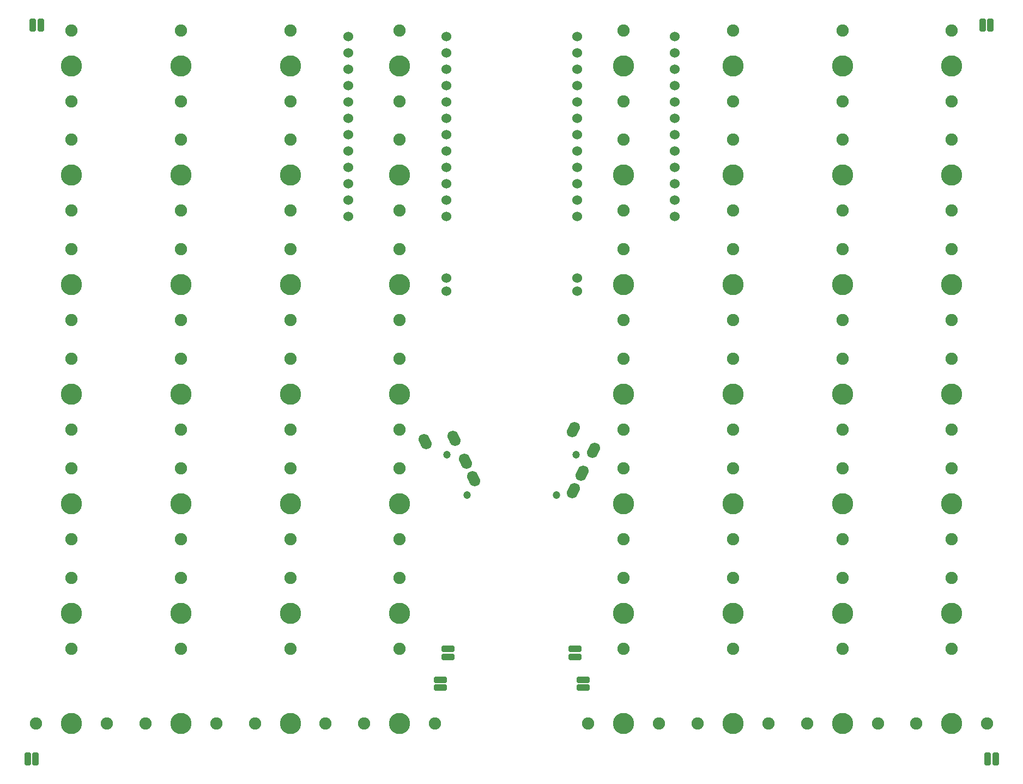
<source format=gbr>
%TF.GenerationSoftware,KiCad,Pcbnew,7.0.11+dfsg-1build4*%
%TF.CreationDate,2024-10-06T17:58:57+09:00*%
%TF.ProjectId,NotEnoughCompromises,4e6f7445-6e6f-4756-9768-436f6d70726f,rev?*%
%TF.SameCoordinates,Original*%
%TF.FileFunction,Soldermask,Top*%
%TF.FilePolarity,Negative*%
%FSLAX46Y46*%
G04 Gerber Fmt 4.6, Leading zero omitted, Abs format (unit mm)*
G04 Created by KiCad (PCBNEW 7.0.11+dfsg-1build4) date 2024-10-06 17:58:57*
%MOMM*%
%LPD*%
G01*
G04 APERTURE LIST*
G04 Aperture macros list*
%AMRoundRect*
0 Rectangle with rounded corners*
0 $1 Rounding radius*
0 $2 $3 $4 $5 $6 $7 $8 $9 X,Y pos of 4 corners*
0 Add a 4 corners polygon primitive as box body*
4,1,4,$2,$3,$4,$5,$6,$7,$8,$9,$2,$3,0*
0 Add four circle primitives for the rounded corners*
1,1,$1+$1,$2,$3*
1,1,$1+$1,$4,$5*
1,1,$1+$1,$6,$7*
1,1,$1+$1,$8,$9*
0 Add four rect primitives between the rounded corners*
20,1,$1+$1,$2,$3,$4,$5,0*
20,1,$1+$1,$4,$5,$6,$7,0*
20,1,$1+$1,$6,$7,$8,$9,0*
20,1,$1+$1,$8,$9,$2,$3,0*%
%AMHorizOval*
0 Thick line with rounded ends*
0 $1 width*
0 $2 $3 position (X,Y) of the first rounded end (center of the circle)*
0 $4 $5 position (X,Y) of the second rounded end (center of the circle)*
0 Add line between two ends*
20,1,$1,$2,$3,$4,$5,0*
0 Add two circle primitives to create the rounded ends*
1,1,$1,$2,$3*
1,1,$1,$4,$5*%
G04 Aperture macros list end*
%ADD10RoundRect,0.250000X-0.250000X-0.750000X0.250000X-0.750000X0.250000X0.750000X-0.250000X0.750000X0*%
%ADD11C,1.900000*%
%ADD12C,3.300000*%
%ADD13RoundRect,0.250000X0.750000X-0.250000X0.750000X0.250000X-0.750000X0.250000X-0.750000X-0.250000X0*%
%ADD14RoundRect,0.250000X-0.750000X0.250000X-0.750000X-0.250000X0.750000X-0.250000X0.750000X0.250000X0*%
%ADD15C,1.524000*%
%ADD16C,1.200000*%
%ADD17HorizOval,1.700000X-0.177047X-0.358684X0.177047X0.358684X0*%
%ADD18HorizOval,1.700000X-0.177053X0.358681X0.177053X-0.358681X0*%
G04 APERTURE END LIST*
D10*
%TO.C,J6*%
X72130000Y-148970000D03*
%TD*%
D11*
%TO.C,SW6*%
X112930000Y-52830000D03*
D12*
X112930000Y-58330000D03*
D11*
X112930000Y-63830000D03*
%TD*%
D13*
%TO.C,J12*%
X137430000Y-133130000D03*
%TD*%
D11*
%TO.C,SW38*%
X198710000Y-114830000D03*
D12*
X198710000Y-109330000D03*
D11*
X198710000Y-103830000D03*
%TD*%
%TO.C,SW1*%
X129930000Y-46830000D03*
D12*
X129930000Y-41330000D03*
D11*
X129930000Y-35830000D03*
%TD*%
%TO.C,SW23*%
X107430000Y-143470000D03*
D12*
X112930000Y-143470000D03*
D11*
X118430000Y-143470000D03*
%TD*%
%TO.C,SW13*%
X73430000Y-143470000D03*
D12*
X78930000Y-143470000D03*
D11*
X84430000Y-143470000D03*
%TD*%
%TO.C,SW18*%
X90430000Y-143470000D03*
D12*
X95930000Y-143470000D03*
D11*
X101430000Y-143470000D03*
%TD*%
%TO.C,SW17*%
X78930000Y-86830000D03*
D12*
X78930000Y-92330000D03*
D11*
X78930000Y-97830000D03*
%TD*%
%TO.C,SW34*%
X215710000Y-131830000D03*
D12*
X215710000Y-126330000D03*
D11*
X215710000Y-120830000D03*
%TD*%
%TO.C,SW43*%
X198710000Y-97830000D03*
D12*
X198710000Y-92330000D03*
D11*
X198710000Y-86830000D03*
%TD*%
%TO.C,SW22*%
X78930000Y-103830000D03*
D12*
X78930000Y-109330000D03*
D11*
X78930000Y-114830000D03*
%TD*%
D14*
%TO.C,J19*%
X157210000Y-131880000D03*
%TD*%
D10*
%TO.C,J22*%
X221260000Y-148970000D03*
%TD*%
D11*
%TO.C,SW14*%
X129930000Y-97830000D03*
D12*
X129930000Y-92330000D03*
D11*
X129930000Y-86830000D03*
%TD*%
D13*
%TO.C,J9*%
X137430000Y-131880000D03*
%TD*%
D11*
%TO.C,SW53*%
X198710000Y-63830000D03*
D12*
X198710000Y-58330000D03*
D11*
X198710000Y-52830000D03*
%TD*%
%TO.C,SW31*%
X164710000Y-120830000D03*
D12*
X164710000Y-126330000D03*
D11*
X164710000Y-131830000D03*
%TD*%
%TO.C,SW36*%
X164710000Y-103830000D03*
D12*
X164710000Y-109330000D03*
D11*
X164710000Y-114830000D03*
%TD*%
%TO.C,SW55*%
X164710000Y-35830000D03*
D12*
X164710000Y-41330000D03*
D11*
X164710000Y-46830000D03*
%TD*%
D15*
%TO.C,SW30*%
X157480000Y-76342000D03*
X157480000Y-74318000D03*
%TD*%
D11*
%TO.C,SW39*%
X215710000Y-114830000D03*
D12*
X215710000Y-109330000D03*
D11*
X215710000Y-103830000D03*
%TD*%
%TO.C,SW37*%
X181710000Y-114830000D03*
D12*
X181710000Y-109330000D03*
D11*
X181710000Y-103830000D03*
%TD*%
%TO.C,SW8*%
X78930000Y-52830000D03*
D12*
X78930000Y-58330000D03*
D11*
X78930000Y-63830000D03*
%TD*%
%TO.C,SW20*%
X112930000Y-103830000D03*
D12*
X112930000Y-109330000D03*
D11*
X112930000Y-114830000D03*
%TD*%
D10*
%TO.C,J24*%
X222510000Y-148970000D03*
%TD*%
D11*
%TO.C,SW32*%
X181710000Y-131830000D03*
D12*
X181710000Y-126330000D03*
D11*
X181710000Y-120830000D03*
%TD*%
%TO.C,SW25*%
X129930000Y-131830000D03*
D12*
X129930000Y-126330000D03*
D11*
X129930000Y-120830000D03*
%TD*%
D10*
%TO.C,J7*%
X74180000Y-35030000D03*
%TD*%
D11*
%TO.C,SW54*%
X215710000Y-63830000D03*
D12*
X215710000Y-58330000D03*
D11*
X215710000Y-52830000D03*
%TD*%
D13*
%TO.C,J13*%
X136230000Y-136670000D03*
%TD*%
D10*
%TO.C,J8*%
X73380000Y-148970000D03*
%TD*%
D11*
%TO.C,SW12*%
X78930000Y-69830000D03*
D12*
X78930000Y-75330000D03*
D11*
X78930000Y-80830000D03*
%TD*%
%TO.C,SW26*%
X112930000Y-120830000D03*
D12*
X112930000Y-126330000D03*
D11*
X112930000Y-131830000D03*
%TD*%
%TO.C,SW58*%
X215710000Y-46830000D03*
D12*
X215710000Y-41330000D03*
D11*
X215710000Y-35830000D03*
%TD*%
%TO.C,SW56*%
X181710000Y-46830000D03*
D12*
X181710000Y-41330000D03*
D11*
X181710000Y-35830000D03*
%TD*%
%TO.C,SW47*%
X181710000Y-80830000D03*
D12*
X181710000Y-75330000D03*
D11*
X181710000Y-69830000D03*
%TD*%
%TO.C,SW9*%
X129930000Y-80830000D03*
D12*
X129930000Y-75330000D03*
D11*
X129930000Y-69830000D03*
%TD*%
%TO.C,SW4*%
X78930000Y-35830000D03*
D12*
X78930000Y-41330000D03*
D11*
X78930000Y-46830000D03*
%TD*%
%TO.C,SW45*%
X193210000Y-143470000D03*
D12*
X198710000Y-143470000D03*
D11*
X204210000Y-143470000D03*
%TD*%
%TO.C,SW40*%
X176210000Y-143470000D03*
D12*
X181710000Y-143470000D03*
D11*
X187210000Y-143470000D03*
%TD*%
%TO.C,SW15*%
X112930000Y-86830000D03*
D12*
X112930000Y-92330000D03*
D11*
X112930000Y-97830000D03*
%TD*%
%TO.C,SW51*%
X164710000Y-52830000D03*
D12*
X164710000Y-58330000D03*
D11*
X164710000Y-63830000D03*
%TD*%
%TO.C,SW33*%
X198710000Y-131830000D03*
D12*
X198710000Y-126330000D03*
D11*
X198710000Y-120830000D03*
%TD*%
%TO.C,SW48*%
X198710000Y-80830000D03*
D12*
X198710000Y-75330000D03*
D11*
X198710000Y-69830000D03*
%TD*%
%TO.C,SW16*%
X95930000Y-86830000D03*
D12*
X95930000Y-92330000D03*
D11*
X95930000Y-97830000D03*
%TD*%
%TO.C,SW46*%
X164710000Y-69830000D03*
D12*
X164710000Y-75330000D03*
D11*
X164710000Y-80830000D03*
%TD*%
%TO.C,SW2*%
X112930000Y-35830000D03*
D12*
X112930000Y-41330000D03*
D11*
X112930000Y-46830000D03*
%TD*%
D10*
%TO.C,J5*%
X72930000Y-35030000D03*
%TD*%
D11*
%TO.C,SW28*%
X78930000Y-120830000D03*
D12*
X78930000Y-126330000D03*
D11*
X78930000Y-131830000D03*
%TD*%
D14*
%TO.C,J17*%
X157210000Y-133130000D03*
%TD*%
D11*
%TO.C,SW49*%
X215710000Y-80830000D03*
D12*
X215710000Y-75330000D03*
D11*
X215710000Y-69830000D03*
%TD*%
%TO.C,SW42*%
X181710000Y-97830000D03*
D12*
X181710000Y-92330000D03*
D11*
X181710000Y-86830000D03*
%TD*%
%TO.C,SW11*%
X95930000Y-69830000D03*
D12*
X95930000Y-75330000D03*
D11*
X95930000Y-80830000D03*
%TD*%
%TO.C,SW44*%
X215710000Y-97830000D03*
D12*
X215710000Y-92330000D03*
D11*
X215710000Y-86830000D03*
%TD*%
%TO.C,SW10*%
X112930000Y-69830000D03*
D12*
X112930000Y-75330000D03*
D11*
X112930000Y-80830000D03*
%TD*%
%TO.C,SW29*%
X124430000Y-143470000D03*
D12*
X129930000Y-143470000D03*
D11*
X135430000Y-143470000D03*
%TD*%
%TO.C,SW52*%
X181710000Y-63830000D03*
D12*
X181710000Y-58330000D03*
D11*
X181710000Y-52830000D03*
%TD*%
D14*
%TO.C,J18*%
X158410000Y-136670000D03*
%TD*%
D15*
%TO.C,SW24*%
X137160000Y-76342000D03*
X137160000Y-74318000D03*
%TD*%
D11*
%TO.C,SW57*%
X198710000Y-46830000D03*
D12*
X198710000Y-41330000D03*
D11*
X198710000Y-35830000D03*
%TD*%
D14*
%TO.C,J20*%
X158410000Y-137920000D03*
%TD*%
D11*
%TO.C,SW41*%
X164710000Y-86830000D03*
D12*
X164710000Y-92330000D03*
D11*
X164710000Y-97830000D03*
%TD*%
D10*
%TO.C,J23*%
X221710000Y-35030000D03*
%TD*%
D11*
%TO.C,SW27*%
X95930000Y-120830000D03*
D12*
X95930000Y-126330000D03*
D11*
X95930000Y-131830000D03*
%TD*%
%TO.C,SW3*%
X95930000Y-35830000D03*
D12*
X95930000Y-41330000D03*
D11*
X95930000Y-46830000D03*
%TD*%
D10*
%TO.C,J21*%
X220460000Y-35030000D03*
%TD*%
D11*
%TO.C,SW5*%
X129930000Y-63830000D03*
D12*
X129930000Y-58330000D03*
D11*
X129930000Y-52830000D03*
%TD*%
D13*
%TO.C,J10*%
X136230000Y-137920000D03*
%TD*%
D11*
%TO.C,SW7*%
X95930000Y-52830000D03*
D12*
X95930000Y-58330000D03*
D11*
X95930000Y-63830000D03*
%TD*%
%TO.C,SW19*%
X129930000Y-114830000D03*
D12*
X129930000Y-109330000D03*
D11*
X129930000Y-103830000D03*
%TD*%
%TO.C,SW21*%
X95930000Y-103830000D03*
D12*
X95930000Y-109330000D03*
D11*
X95930000Y-114830000D03*
%TD*%
%TO.C,SW35*%
X159210000Y-143470000D03*
D12*
X164710000Y-143470000D03*
D11*
X170210000Y-143470000D03*
%TD*%
%TO.C,SW50*%
X210210000Y-143470000D03*
D12*
X215710000Y-143470000D03*
D11*
X221210000Y-143470000D03*
%TD*%
D16*
%TO.C,J16*%
X157372248Y-101707960D03*
X154273926Y-107984934D03*
D17*
X156949793Y-97819319D03*
X156953730Y-107300352D03*
X158281582Y-104610220D03*
X160052051Y-101023378D03*
%TD*%
D15*
%TO.C,U1*%
X121940000Y-36830000D03*
X121940000Y-39370000D03*
X121940000Y-41910000D03*
X121940000Y-44450000D03*
X121940000Y-46990000D03*
X121940000Y-49530000D03*
X121940000Y-52070000D03*
X121940000Y-54610000D03*
X121940000Y-57150000D03*
X121940000Y-59690000D03*
X121940000Y-62230000D03*
X121940000Y-64770000D03*
X137160000Y-64770000D03*
X137160000Y-62230000D03*
X137160000Y-59690000D03*
X137160000Y-57150000D03*
X137160000Y-54610000D03*
X137160000Y-52070000D03*
X137160000Y-49530000D03*
X137160000Y-46990000D03*
X137160000Y-44450000D03*
X137160000Y-41910000D03*
X137160000Y-39370000D03*
X137160000Y-36830000D03*
%TD*%
%TO.C,U2*%
X157480000Y-36830000D03*
X157480000Y-39370000D03*
X157480000Y-41910000D03*
X157480000Y-44450000D03*
X157480000Y-46990000D03*
X157480000Y-49530000D03*
X157480000Y-52070000D03*
X157480000Y-54610000D03*
X157480000Y-57150000D03*
X157480000Y-59690000D03*
X157480000Y-62230000D03*
X157480000Y-64770000D03*
X172700000Y-64770000D03*
X172700000Y-62230000D03*
X172700000Y-59690000D03*
X172700000Y-57150000D03*
X172700000Y-54610000D03*
X172700000Y-52070000D03*
X172700000Y-49530000D03*
X172700000Y-46990000D03*
X172700000Y-44450000D03*
X172700000Y-41910000D03*
X172700000Y-39370000D03*
X172700000Y-36830000D03*
%TD*%
D16*
%TO.C,J11*%
X137267619Y-101708026D03*
X140366050Y-107984946D03*
D18*
X133923854Y-99678436D03*
X141452387Y-105441351D03*
X140124488Y-102751243D03*
X138353956Y-99164431D03*
%TD*%
M02*

</source>
